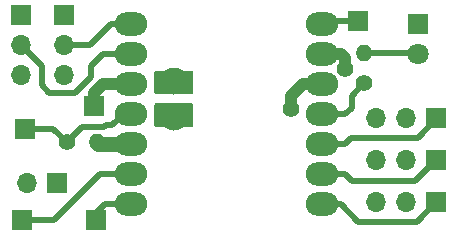
<source format=gbr>
%TF.GenerationSoftware,KiCad,Pcbnew,8.0.0*%
%TF.CreationDate,2024-03-06T11:50:54-05:00*%
%TF.ProjectId,sensobot,73656e73-6f62-46f7-942e-6b696361645f,rev?*%
%TF.SameCoordinates,Original*%
%TF.FileFunction,Copper,L1,Top*%
%TF.FilePolarity,Positive*%
%FSLAX46Y46*%
G04 Gerber Fmt 4.6, Leading zero omitted, Abs format (unit mm)*
G04 Created by KiCad (PCBNEW 8.0.0) date 2024-03-06 11:50:54*
%MOMM*%
%LPD*%
G01*
G04 APERTURE LIST*
G04 Aperture macros list*
%AMRoundRect*
0 Rectangle with rounded corners*
0 $1 Rounding radius*
0 $2 $3 $4 $5 $6 $7 $8 $9 X,Y pos of 4 corners*
0 Add a 4 corners polygon primitive as box body*
4,1,4,$2,$3,$4,$5,$6,$7,$8,$9,$2,$3,0*
0 Add four circle primitives for the rounded corners*
1,1,$1+$1,$2,$3*
1,1,$1+$1,$4,$5*
1,1,$1+$1,$6,$7*
1,1,$1+$1,$8,$9*
0 Add four rect primitives between the rounded corners*
20,1,$1+$1,$2,$3,$4,$5,0*
20,1,$1+$1,$4,$5,$6,$7,0*
20,1,$1+$1,$6,$7,$8,$9,0*
20,1,$1+$1,$8,$9,$2,$3,0*%
G04 Aperture macros list end*
%TA.AperFunction,ComponentPad*%
%ADD10R,1.700000X1.700000*%
%TD*%
%TA.AperFunction,ComponentPad*%
%ADD11O,1.700000X1.700000*%
%TD*%
%TA.AperFunction,ComponentPad*%
%ADD12C,1.400000*%
%TD*%
%TA.AperFunction,ComponentPad*%
%ADD13O,1.400000X1.400000*%
%TD*%
%TA.AperFunction,ComponentPad*%
%ADD14R,1.800000X1.800000*%
%TD*%
%TA.AperFunction,ComponentPad*%
%ADD15C,1.800000*%
%TD*%
%TA.AperFunction,SMDPad,CuDef*%
%ADD16RoundRect,1.000000X-0.375000X0.000000X0.375000X0.000000X0.375000X0.000000X-0.375000X0.000000X0*%
%TD*%
%TA.AperFunction,ComponentPad*%
%ADD17C,2.300000*%
%TD*%
%TA.AperFunction,ViaPad*%
%ADD18C,1.422400*%
%TD*%
%TA.AperFunction,Conductor*%
%ADD19C,0.508000*%
%TD*%
%TA.AperFunction,Conductor*%
%ADD20C,1.016000*%
%TD*%
%TA.AperFunction,Conductor*%
%ADD21C,1.270000*%
%TD*%
G04 APERTURE END LIST*
D10*
%TO.P,J1,1,Pin_1*%
%TO.N,/battery-*%
X124115000Y-85348000D03*
D11*
%TO.P,J1,2,Pin_2*%
%TO.N,+BATT*%
X121575000Y-85348000D03*
%TD*%
D10*
%TO.P,J10,1,Pin_1*%
%TO.N,/D6*%
X127412000Y-88523000D03*
%TD*%
%TO.P,J9,1,Pin_1*%
%TO.N,/D5*%
X121189000Y-88523000D03*
%TD*%
D12*
%TO.P,R2,1*%
%TO.N,/touch*%
X124922000Y-81919000D03*
D13*
%TO.P,R2,2*%
%TO.N,/touch_send*%
X127462000Y-81919000D03*
%TD*%
%TO.P,R1,2*%
%TO.N,Net-(D1-A)*%
X150145000Y-74376000D03*
D12*
%TO.P,R1,1*%
%TO.N,/led*%
X150145000Y-76916000D03*
%TD*%
D10*
%TO.P,J11,1,Pin_1*%
%TO.N,/5V*%
X149637000Y-71632000D03*
%TD*%
%TO.P,J8,1,Pin_1*%
%TO.N,/A2*%
X127285000Y-78871000D03*
%TD*%
%TO.P,J7,1,Pin_1*%
%TO.N,/servo0*%
X156226000Y-86999000D03*
D11*
%TO.P,J7,2,Pin_2*%
%TO.N,+BATT*%
X153686000Y-86999000D03*
%TO.P,J7,3,Pin_3*%
%TO.N,/battery-*%
X151146000Y-86999000D03*
%TD*%
%TO.P,J6,3,Pin_3*%
%TO.N,/battery-*%
X151146000Y-83443000D03*
%TO.P,J6,2,Pin_2*%
%TO.N,+BATT*%
X153686000Y-83443000D03*
D10*
%TO.P,J6,1,Pin_1*%
%TO.N,/servo1*%
X156226000Y-83443000D03*
%TD*%
%TO.P,J5,1,Pin_1*%
%TO.N,GND*%
X121062000Y-71139000D03*
D11*
%TO.P,J5,2,Pin_2*%
%TO.N,/sensor1*%
X121062000Y-73679000D03*
%TO.P,J5,3,Pin_3*%
%TO.N,+3.3V*%
X121062000Y-76219000D03*
%TD*%
D10*
%TO.P,J4,1,Pin_1*%
%TO.N,/touch*%
X121443000Y-80776000D03*
%TD*%
%TO.P,J3,1,Pin_1*%
%TO.N,GND*%
X124745000Y-71139000D03*
D11*
%TO.P,J3,2,Pin_2*%
%TO.N,/sensor0*%
X124745000Y-73679000D03*
%TO.P,J3,3,Pin_3*%
%TO.N,+3.3V*%
X124745000Y-76219000D03*
%TD*%
%TO.P,J2,3,Pin_3*%
%TO.N,/battery-*%
X151146000Y-79887000D03*
%TO.P,J2,2,Pin_2*%
%TO.N,+BATT*%
X153686000Y-79887000D03*
D10*
%TO.P,J2,1,Pin_1*%
%TO.N,/servo2*%
X156226000Y-79887000D03*
%TD*%
D14*
%TO.P,D1,1,K*%
%TO.N,GND*%
X154717000Y-71881000D03*
D15*
%TO.P,D1,2,A*%
%TO.N,Net-(D1-A)*%
X154717000Y-74421000D03*
%TD*%
D16*
%TO.P,U1,1,PA02_A0_D0*%
%TO.N,/sensor0*%
X130378500Y-71919250D03*
%TO.P,U1,2,PA4_A1_D1*%
%TO.N,/sensor1*%
X130378500Y-74459250D03*
%TO.P,U1,3,PA10_A2_D2*%
%TO.N,/A2*%
X130378500Y-76999250D03*
%TO.P,U1,4,PA11_A3_D3*%
%TO.N,/touch*%
X130378500Y-79539250D03*
%TO.P,U1,5,PA8_A4_D4_SDA*%
%TO.N,/touch_send*%
X130378500Y-82079250D03*
%TO.P,U1,6,PA9_A5_D5_SCL*%
%TO.N,/D5*%
X130378500Y-84619250D03*
%TO.P,U1,7,PB08_A6_D6_TX*%
%TO.N,/D6*%
X130378500Y-87159250D03*
%TO.P,U1,8,PB09_A7_D7_RX*%
%TO.N,/servo0*%
X146543500Y-87159250D03*
%TO.P,U1,9,PA7_A8_D8_SCK*%
%TO.N,/servo1*%
X146543500Y-84619250D03*
%TO.P,U1,10,PA5_A9_D9_MISO*%
%TO.N,/servo2*%
X146543500Y-82079250D03*
%TO.P,U1,11,PA6_A10_D10_MOSI*%
%TO.N,/led*%
X146543500Y-79539250D03*
%TO.P,U1,12,3V3*%
%TO.N,+3.3V*%
X146543500Y-76999250D03*
%TO.P,U1,13,GND*%
%TO.N,GND*%
X146543500Y-74459250D03*
%TO.P,U1,14,5V*%
%TO.N,/5V*%
X146543500Y-71919250D03*
D17*
%TO.P,U1,15,battery-*%
%TO.N,/battery-*%
X134043500Y-76739250D03*
%TO.P,U1,16,battery+*%
%TO.N,+BATT*%
X134043500Y-79739250D03*
%TD*%
D18*
%TO.N,GND*%
X148494000Y-75696000D03*
%TO.N,+3.3V*%
X143922000Y-79125000D03*
%TD*%
D19*
%TO.N,/sensor1*%
X130378500Y-74459250D02*
X128013750Y-74459250D01*
X128013750Y-74459250D02*
X127005600Y-75467400D01*
X127005600Y-75467400D02*
X127005600Y-76356400D01*
X127005600Y-76356400D02*
X125634000Y-77728000D01*
X123475000Y-77728000D02*
X122840000Y-77093000D01*
X125634000Y-77728000D02*
X123475000Y-77728000D01*
X122840000Y-77093000D02*
X122840000Y-75457000D01*
X122840000Y-75457000D02*
X121062000Y-73679000D01*
%TO.N,/servo2*%
X154666200Y-81538000D02*
X149002000Y-81538000D01*
X156226000Y-79887000D02*
X156226000Y-79978200D01*
X156226000Y-79978200D02*
X154666200Y-81538000D01*
D20*
%TO.N,GND*%
X146543500Y-74459250D02*
X148146250Y-74459250D01*
X148146250Y-74459250D02*
X148494000Y-74807000D01*
X148494000Y-74807000D02*
X148494000Y-75696000D01*
D19*
%TO.N,/led*%
X146543500Y-79539250D02*
X148536950Y-79539250D01*
X149078200Y-77982800D02*
X150145000Y-76916000D01*
X148536950Y-79539250D02*
X149078200Y-78998000D01*
X149078200Y-78998000D02*
X149078200Y-77982800D01*
%TO.N,/D6*%
X130378500Y-87159250D02*
X128140750Y-87159250D01*
X127412000Y-87888000D02*
X127412000Y-88523000D01*
X128140750Y-87159250D02*
X127412000Y-87888000D01*
%TO.N,/D5*%
X130378500Y-84619250D02*
X127759750Y-84619250D01*
X127759750Y-84619250D02*
X123856000Y-88523000D01*
X123856000Y-88523000D02*
X121189000Y-88523000D01*
%TO.N,/servo2*%
X146543500Y-82079250D02*
X148460750Y-82079250D01*
%TO.N,/servo0*%
X146543500Y-87159250D02*
X148146250Y-87159250D01*
X149637000Y-88650000D02*
X154575000Y-88650000D01*
X148146250Y-87159250D02*
X149637000Y-88650000D01*
X154575000Y-88650000D02*
X156226000Y-86999000D01*
%TO.N,/servo1*%
X146543500Y-84619250D02*
X148527250Y-84619250D01*
X148527250Y-84619250D02*
X149129000Y-85221000D01*
X149129000Y-85221000D02*
X154448000Y-85221000D01*
D20*
%TO.N,/A2*%
X130378500Y-76999250D02*
X128013750Y-76999250D01*
X128013750Y-76999250D02*
X127285000Y-77728000D01*
X127285000Y-77728000D02*
X127285000Y-78871000D01*
D19*
%TO.N,/touch*%
X130378500Y-79539250D02*
X130284750Y-79633000D01*
X130284750Y-79633000D02*
X129668500Y-79633000D01*
X128115000Y-80649000D02*
X126192000Y-80649000D01*
X129668500Y-79633000D02*
X128809000Y-80492500D01*
X128809000Y-80492500D02*
X128271500Y-80492500D01*
X128271500Y-80492500D02*
X128115000Y-80649000D01*
X126192000Y-80649000D02*
X124922000Y-81919000D01*
X121443000Y-80776000D02*
X123779000Y-80776000D01*
X123779000Y-80776000D02*
X124922000Y-81919000D01*
D21*
%TO.N,/touch_send*%
X130378500Y-82079250D02*
X127622250Y-82079250D01*
X127622250Y-82079250D02*
X127462000Y-81919000D01*
D19*
%TO.N,/servo2*%
X149002000Y-81538000D02*
X148460750Y-82079250D01*
%TO.N,/servo1*%
X156226000Y-83443000D02*
X154448000Y-85221000D01*
D20*
%TO.N,+3.3V*%
X146543500Y-76999250D02*
X144904750Y-76999250D01*
X144904750Y-76999250D02*
X143922000Y-77982000D01*
X143922000Y-77982000D02*
X143922000Y-79125000D01*
D19*
%TO.N,/5V*%
X149637000Y-71632000D02*
X146830750Y-71632000D01*
X146830750Y-71632000D02*
X146543500Y-71919250D01*
%TO.N,Net-(D1-A)*%
X150145000Y-74376000D02*
X154672000Y-74376000D01*
X154672000Y-74376000D02*
X154717000Y-74421000D01*
%TO.N,/sensor0*%
X130378500Y-71919250D02*
X128648750Y-71919250D01*
X128648750Y-71919250D02*
X126889000Y-73679000D01*
X126889000Y-73679000D02*
X124745000Y-73679000D01*
D20*
%TO.N,/A2*%
X129156750Y-76999250D02*
X130378500Y-76999250D01*
%TD*%
%TA.AperFunction,Conductor*%
%TO.N,/battery-*%
G36*
X135610039Y-75893485D02*
G01*
X135655794Y-75946289D01*
X135667000Y-75997800D01*
X135667000Y-77731000D01*
X135647315Y-77798039D01*
X135594511Y-77843794D01*
X135543000Y-77855000D01*
X132489000Y-77855000D01*
X132421961Y-77835315D01*
X132376206Y-77782511D01*
X132365000Y-77731000D01*
X132365000Y-75997800D01*
X132384685Y-75930761D01*
X132437489Y-75885006D01*
X132489000Y-75873800D01*
X135543000Y-75873800D01*
X135610039Y-75893485D01*
G37*
%TD.AperFunction*%
%TD*%
%TA.AperFunction,Conductor*%
%TO.N,+BATT*%
G36*
X135610039Y-78636685D02*
G01*
X135655794Y-78689489D01*
X135667000Y-78741000D01*
X135667000Y-80474200D01*
X135647315Y-80541239D01*
X135594511Y-80586994D01*
X135543000Y-80598200D01*
X132489000Y-80598200D01*
X132421961Y-80578515D01*
X132376206Y-80525711D01*
X132365000Y-80474200D01*
X132365000Y-78741000D01*
X132384685Y-78673961D01*
X132437489Y-78628206D01*
X132489000Y-78617000D01*
X135543000Y-78617000D01*
X135610039Y-78636685D01*
G37*
%TD.AperFunction*%
%TD*%
M02*

</source>
